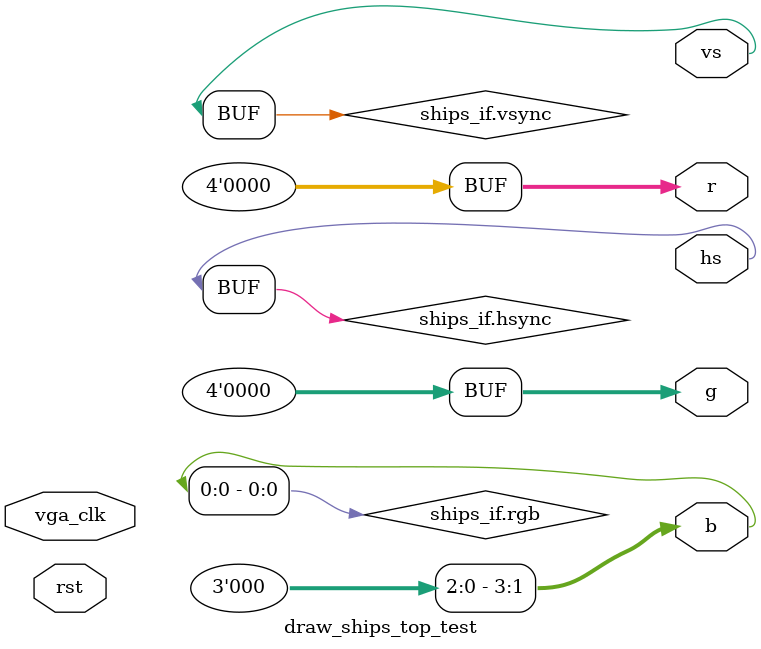
<source format=sv>
/**
 * AGH University of Science and Technology
 * 2023
 * Author: Pawel Zieba 
 *
 * Description:
 * The draw_ships module test enviroment.
 */

`timescale 1 ns / 1 ps

module draw_ships_top_test (
    input logic vga_clk,
    input logic rst,

    output logic vs,
    output logic hs,
    output logic [3:0] r,
    output logic [3:0] g,
    output logic [3:0] b
);


    /**
     * Local variables and signals
     */

    // VGA interfaces
    vga_if tim_if();
    vga_if bg_if();
    vga_if ships_if();


    /**
     * Signals assignments
     */

    assign vs = ships_if.vsync;
    assign hs = ships_if.hsync;
    assign {r,g,b} = ships_if.rgb;


    /**
     * Submodules instances
     */

    vga_timing u_vga_timing (
        .clk(vga_clk),
        .rst,
        .out(tim_if)
    );

    draw_bg u_draw_bg (
        .clk(vga_clk),
        .rst,

        .in(tim_if),
        .out(bg_if)
    );

    draw_ships #(.X_POS(0), .Y_POS(0))
        u_draw_ships(
            .clk(vga_clk),
            .rst,
            .in(bg_if),
            .grid_status(2'b0),
            .out(ships_if),
            .grid_addr()
        );

endmodule

</source>
